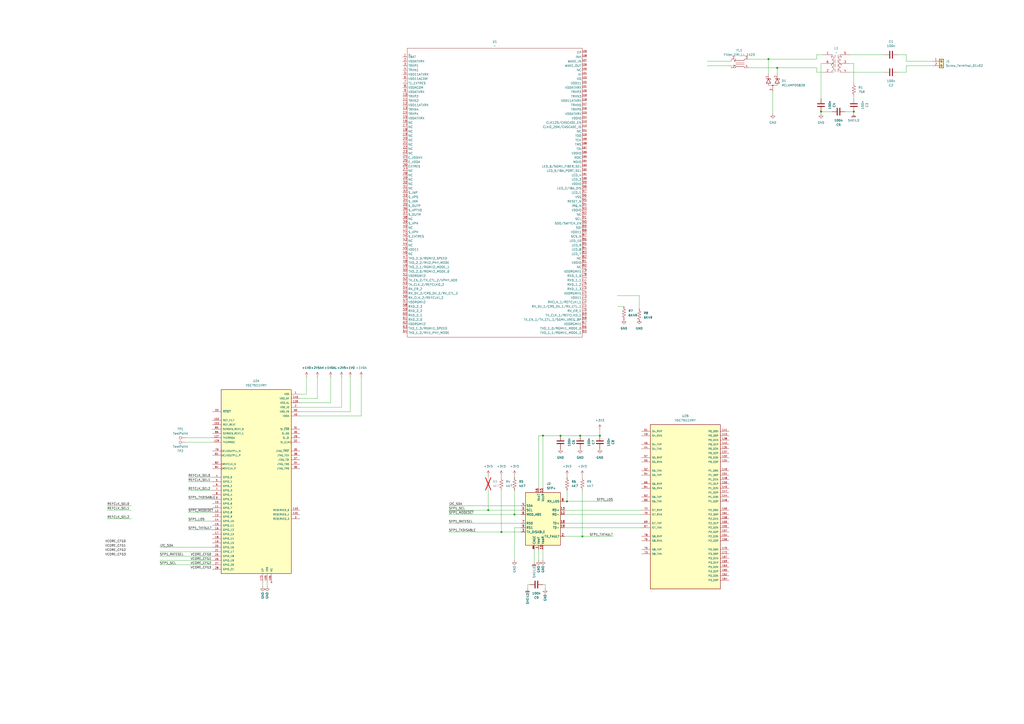
<source format=kicad_sch>
(kicad_sch (version 20250114) (generator "eeschema") (generator_version "9.0")
  (paper "A2")
  (junction (at 298.45 298.45))
  (junction (at 495.3 64.77))
  (junction (at 476.25 64.77))
  (junction (at 314.96 252.73))
  (junction (at 325.12 252.73))
  (junction (at 328.93 290.83))
  (junction (at 347.98 252.73))
  (junction (at 290.83 308.61))
  (junction (at 337.82 311.15))
  (junction (at 336.55 252.73))
  (junction (at 450.85 39.37))
  (junction (at 445.77 34.29))
  (junction (at 283.21 295.91))
  (wire (pts (xy 492.76 31.75) (xy 513.08 31.75)))
  (wire (pts (xy 184.15 218.44) (xy 184.15 231.14)))
  (wire (pts (xy 520.7 41.91) (xy 525.78 41.91)))
  (wire (pts (xy 434.34 34.29) (xy 445.77 34.29)))
  (wire (pts (xy 173.99 241.3) (xy 209.55 241.3)))
  (wire (pts (xy 541.02 35.56) (xy 525.78 35.56)))
  (wire (pts (xy 434.34 39.37) (xy 450.85 39.37)))
  (wire (pts (xy 260.35 303.53) (xy 302.26 303.53)))
  (wire (pts (xy 92.71 320.04) (xy 123.19 320.04)))
  (wire (pts (xy 445.77 34.29) (xy 445.77 43.18)))
  (wire (pts (xy 92.71 317.5) (xy 123.19 317.5)))
  (wire (pts (xy 312.42 252.73) (xy 314.96 252.73)))
  (wire (pts (xy 62.23 300.99) (xy 76.2 300.99)))
  (wire (pts (xy 347.98 248.92) (xy 347.98 252.73)))
  (wire (pts (xy 336.55 252.73) (xy 347.98 252.73)))
  (wire (pts (xy 314.96 252.73) (xy 325.12 252.73)))
  (wire (pts (xy 327.66 298.45) (xy 372.11 298.45)))
  (wire (pts (xy 306.07 341.63) (xy 306.07 339.09)))
  (wire (pts (xy 370.84 171.45) (xy 358.14 171.45)))
  (wire (pts (xy 495.3 36.83) (xy 492.76 36.83)))
  (wire (pts (xy 290.83 284.48) (xy 290.83 308.61)))
  (wire (pts (xy 525.78 31.75) (xy 520.7 31.75)))
  (wire (pts (xy 203.2 238.76) (xy 173.99 238.76)))
  (wire (pts (xy 109.22 297.18) (xy 123.19 297.18)))
  (wire (pts (xy 490.22 64.77) (xy 495.3 64.77)))
  (wire (pts (xy 328.93 284.48) (xy 328.93 290.83)))
  (wire (pts (xy 109.22 279.4) (xy 123.19 279.4)))
  (wire (pts (xy 495.3 64.77) (xy 495.3 66.04)))
  (wire (pts (xy 314.96 252.73) (xy 314.96 283.21)))
  (wire (pts (xy 312.42 318.77) (xy 312.42 325.12)))
  (wire (pts (xy 476.25 64.77) (xy 476.25 66.04)))
  (wire (pts (xy 92.71 325.12) (xy 123.19 325.12)))
  (wire (pts (xy 109.22 276.86) (xy 123.19 276.86)))
  (wire (pts (xy 328.93 275.59) (xy 328.93 276.86)))
  (wire (pts (xy 424.18 38.1) (xy 424.18 39.37)))
  (wire (pts (xy 361.95 177.8) (xy 358.14 177.8)))
  (wire (pts (xy 198.12 218.44) (xy 198.12 236.22)))
  (wire (pts (xy 109.22 307.34) (xy 123.19 307.34)))
  (wire (pts (xy 450.85 39.37) (xy 473.71 39.37)))
  (wire (pts (xy 298.45 306.07) (xy 302.26 306.07)))
  (wire (pts (xy 525.78 41.91) (xy 525.78 38.1)))
  (wire (pts (xy 309.88 318.77) (xy 309.88 326.39)))
  (wire (pts (xy 492.76 41.91) (xy 513.08 41.91)))
  (wire (pts (xy 107.95 256.54) (xy 123.19 256.54)))
  (wire (pts (xy 410.21 38.1) (xy 424.18 38.1)))
  (wire (pts (xy 107.95 254) (xy 123.19 254)))
  (wire (pts (xy 327.66 311.15) (xy 337.82 311.15)))
  (wire (pts (xy 495.3 55.88) (xy 495.3 57.15)))
  (wire (pts (xy 448.31 66.04) (xy 448.31 53.34)))
  (wire (pts (xy 283.21 275.59) (xy 283.21 276.86)))
  (wire (pts (xy 370.84 179.07) (xy 370.84 171.45)))
  (wire (pts (xy 298.45 325.12) (xy 298.45 306.07)))
  (wire (pts (xy 424.18 35.56) (xy 424.18 34.29)))
  (wire (pts (xy 260.35 298.45) (xy 298.45 298.45)))
  (wire (pts (xy 337.82 284.48) (xy 337.82 311.15)))
  (wire (pts (xy 325.12 252.73) (xy 336.55 252.73)))
  (wire (pts (xy 173.99 228.6) (xy 177.8 228.6)))
  (wire (pts (xy 316.23 341.63) (xy 316.23 339.09)))
  (wire (pts (xy 473.71 39.37) (xy 473.71 41.91)))
  (wire (pts (xy 62.23 293.37) (xy 76.2 293.37)))
  (wire (pts (xy 298.45 298.45) (xy 302.26 298.45)))
  (wire (pts (xy 203.2 218.44) (xy 203.2 238.76)))
  (wire (pts (xy 109.22 302.26) (xy 123.19 302.26)))
  (wire (pts (xy 450.85 39.37) (xy 450.85 43.18)))
  (wire (pts (xy 495.3 48.26) (xy 495.3 36.83)))
  (wire (pts (xy 92.71 327.66) (xy 123.19 327.66)))
  (wire (pts (xy 260.35 308.61) (xy 290.83 308.61)))
  (wire (pts (xy 337.82 311.15) (xy 355.6 311.15)))
  (wire (pts (xy 173.99 231.14) (xy 184.15 231.14)))
  (wire (pts (xy 177.8 218.44) (xy 177.8 228.6)))
  (wire (pts (xy 316.23 339.09) (xy 314.96 339.09)))
  (wire (pts (xy 473.71 31.75) (xy 477.52 31.75)))
  (wire (pts (xy 260.35 295.91) (xy 283.21 295.91)))
  (wire (pts (xy 473.71 34.29) (xy 473.71 31.75)))
  (wire (pts (xy 370.84 185.42) (xy 370.84 186.69)))
  (wire (pts (xy 327.66 303.53) (xy 372.11 303.53)))
  (wire (pts (xy 476.25 64.77) (xy 482.6 64.77)))
  (wire (pts (xy 154.94 337.82) (xy 154.94 340.36)))
  (wire (pts (xy 476.25 36.83) (xy 476.25 57.15)))
  (wire (pts (xy 410.21 35.56) (xy 424.18 35.56)))
  (wire (pts (xy 260.35 293.37) (xy 302.26 293.37)))
  (wire (pts (xy 62.23 295.91) (xy 76.2 295.91)))
  (wire (pts (xy 152.4 337.82) (xy 152.4 340.36)))
  (wire (pts (xy 109.22 289.56) (xy 123.19 289.56)))
  (wire (pts (xy 525.78 35.56) (xy 525.78 31.75)))
  (wire (pts (xy 290.83 275.59) (xy 290.83 276.86)))
  (wire (pts (xy 327.66 306.07) (xy 372.11 306.07)))
  (wire (pts (xy 173.99 236.22) (xy 198.12 236.22)))
  (wire (pts (xy 209.55 218.44) (xy 209.55 241.3)))
  (wire (pts (xy 191.77 233.68) (xy 191.77 218.44)))
  (wire (pts (xy 477.52 36.83) (xy 476.25 36.83)))
  (wire (pts (xy 283.21 284.48) (xy 283.21 295.91)))
  (wire (pts (xy 298.45 284.48) (xy 298.45 298.45)))
  (wire (pts (xy 109.22 284.48) (xy 123.19 284.48)))
  (wire (pts (xy 525.78 38.1) (xy 541.02 38.1)))
  (wire (pts (xy 312.42 252.73) (xy 312.42 283.21)))
  (wire (pts (xy 92.71 322.58) (xy 123.19 322.58)))
  (wire (pts (xy 314.96 318.77) (xy 314.96 325.12)))
  (wire (pts (xy 290.83 308.61) (xy 302.26 308.61)))
  (wire (pts (xy 473.71 41.91) (xy 477.52 41.91)))
  (wire (pts (xy 328.93 290.83) (xy 355.6 290.83)))
  (wire (pts (xy 327.66 295.91) (xy 372.11 295.91)))
  (wire (pts (xy 298.45 275.59) (xy 298.45 276.86)))
  (wire (pts (xy 306.07 339.09) (xy 307.34 339.09)))
  (wire (pts (xy 327.66 290.83) (xy 328.93 290.83)))
  (wire (pts (xy 445.77 34.29) (xy 473.71 34.29)))
  (wire (pts (xy 173.99 233.68) (xy 191.77 233.68)))
  (wire (pts (xy 283.21 295.91) (xy 302.26 295.91)))
  (wire (pts (xy 337.82 275.59) (xy 337.82 276.86)))
  (label "SFP1_RATESEL" (at 260.35 303.53 0))
  (label "REFCLK_SEL0" (at 109.22 276.86 0))
  (label "I2C_SDA" (at 92.71 317.5 0))
  (label "SFP1_RATESEL" (at 92.71 322.58 0))
  (label "SFP1_TXFAULT" (at 355.6 311.15 180))
  (label "~{SFP1_MODEDET}" (at 260.35 298.45 0))
  (label "SFP1_LOS" (at 109.22 302.26 0))
  (label "SFP1_LOS" (at 355.6 290.83 180))
  (label "VCORE_CFG0" (at 60.96 314.96 0))
  (label "REFCLK_SEL2" (at 62.23 300.99 0))
  (label "VCORE_CFG3" (at 60.96 322.58 0))
  (label "SFP1_SCL" (at 260.35 295.91 0))
  (label "SFP1_TXFAULT" (at 109.22 307.34 0))
  (label "VCORE_CFG2" (at 110.49 327.66 0))
  (label "VCORE_CFG0" (at 110.49 322.58 0))
  (label "SFP1_TXDISABLE" (at 260.35 308.61 0))
  (label "REFCLK_SEL2" (at 109.22 284.48 0))
  (label "VCORE_CFG3" (at 110.49 330.2 0))
  (label "SFP1_TXDISABLE" (at 109.22 289.56 0))
  (label "VCORE_CFG2" (at 60.96 320.04 0))
  (label "REFCLK_SEL1" (at 62.23 295.91 0))
  (label "VCORE_CFG1" (at 110.49 325.12 0))
  (label "~{SFP1_MODEDET}" (at 109.22 297.18 0))
  (label "I2C_SDA" (at 260.35 293.37 0))
  (label "SFP1_SCL" (at 92.71 327.66 0))
  (label "VCORE_CFG1" (at 60.96 317.5 0))
  (label "REFCLK_SEL0" (at 62.23 293.37 0))
  (label "REFCLK_SEL1" (at 109.22 279.4 0))
  (symbol (lib_id "Device:R_US") (at 298.45 280.67 0) (unit 1)
    (property "Reference" "R5" (at 300.99 279.3999 0) (effects (justify left)))
    (property "Value" "4K7" (at 300.99 281.9399 0) (effects (justify left)))
    (property "Description" "Resistor, US symbol" (effects (hide yes)))
  )
  (symbol (lib_id "power:GND") (at 448.31 66.04 0) (unit 1)
    (property "Reference" "#PWR01" (effects (hide yes)))
    (property "Value" "GND" (at 448.31 71.12 0))
    (property "Description" "Power symbol creates a global label with name \"GND\" , ground" (effects (hide yes)))
  )
  (symbol (lib_id "power:+3V3") (at 298.45 275.59 0) (unit 1)
    (property "Reference" "#PWR017" (effects (hide yes)))
    (property "Value" "+3V3" (at 298.45 270.51 0))
    (property "Description" "Power symbol creates a global label with name \"+3V3\"" (effects (hide yes)))
  )
  (symbol (lib_id "Device:C") (at 311.15 339.09 270) (unit 1)
    (property "Reference" "C9" (at 311.15 346.71 90))
    (property "Value" "100n" (at 311.15 344.17 90))
    (property "Description" "Unpolarized capacitor" (effects (hide yes)))
  )
  (symbol (lib_id "Connector:TestPoint") (at 107.95 256.54 90) (mirror x) (unit 1)
    (property "Reference" "TP2" (at 104.648 261.62 90))
    (property "Value" "TestPoint" (at 104.648 259.08 90))
    (property "Description" "test point" (effects (hide yes)))
  )
  (symbol (lib_id "power:GND") (at 347.98 260.35 0) (unit 1)
    (property "Reference" "#PWR010" (effects (hide yes)))
    (property "Value" "GND" (at 347.98 265.43 0))
    (property "Description" "Power symbol creates a global label with name \"GND\" , ground" (effects (hide yes)))
  )
  (symbol (lib_id "Device:R_US") (at 495.3 52.07 0) (unit 1)
    (property "Reference" "R1" (at 497.84 50.7999 0) (effects (justify left)))
    (property "Value" "75R" (at 497.84 53.3399 0) (effects (justify left)))
    (property "Description" "Resistor, US symbol" (effects (hide yes)))
  )
  (symbol (lib_id "power:GNDPWR") (at 306.07 341.63 0) (unit 1)
    (property "Reference" "#PWR023" (effects (hide yes)))
    (property "Value" "SHEILD" (at 306.07 347.218 90))
    (property "Description" "Power symbol creates a global label with name \"GNDPWR\" , global ground" (effects (hide yes)))
  )
  (symbol (lib_id "Device:C") (at 516.89 31.75 90) (unit 1)
    (property "Reference" "C1" (at 516.89 24.13 90))
    (property "Value" "100n" (at 516.89 26.67 90))
    (property "Description" "Unpolarized capacitor" (effects (hide yes)))
  )
  (symbol (lib_id "power:GNDPWR") (at 495.3 66.04 0) (unit 1)
    (property "Reference" "#PWR021" (effects (hide yes)))
    (property "Value" "SHEILD" (at 495.173 69.85 0))
    (property "Description" "Power symbol creates a global label with name \"GNDPWR\" , global ground" (effects (hide yes)))
  )
  (symbol (lib_id "power:GND") (at 370.84 185.42 0) (unit 1)
    (property "Reference" "#PWR05" (effects (hide yes)))
    (property "Value" "GND" (at 370.84 190.5 0))
    (property "Description" "Power symbol creates a global label with name \"GND\" , ground" (effects (hide yes)))
  )
  (symbol (lib_id "Device:C") (at 495.3 60.96 0) (mirror x) (unit 1)
    (property "Reference" "C3" (at 502.92 60.96 90))
    (property "Value" "100n" (at 500.38 60.96 90))
    (property "Description" "Unpolarized capacitor" (effects (hide yes)))
  )
  (symbol (lib_id "power:GND") (at 312.42 325.12 0) (unit 1)
    (property "Reference" "#PWR06" (effects (hide yes)))
    (property "Value" "GND" (at 312.42 330.2 90))
    (property "Description" "Power symbol creates a global label with name \"GND\" , ground" (effects (hide yes)))
  )
  (symbol (lib_id "power:GND") (at 336.55 260.35 0) (unit 1)
    (property "Reference" "#PWR09" (effects (hide yes)))
    (property "Value" "GND" (at 336.55 265.43 0))
    (property "Description" "Power symbol creates a global label with name \"GND\" , ground" (effects (hide yes)))
  )
  (symbol (lib_id "Power_Protection:RCLAMP0582B") (at 448.31 48.26 90) (unit 1)
    (property "Reference" "D1" (at 453.39 46.9264 90) (effects (justify right)))
    (property "Value" "RCLAMP0582B" (at 453.39 49.4664 90) (effects (justify right)))
    (property "Footprint" "Package_TO_SOT_SMD:SOT-416" (effects (hide yes)))
    (property "Datasheet" "https://www.semtech.com/products/circuit-protection/low-capacitance/rclamp0582b" (effects (hide yes)))
    (property "Description" "Low capacitance unidirectional dual ESD protection diode, SC-75" (effects (hide yes)))
  )
  (symbol (lib_id "Connector:Screw_Terminal_01x02") (at 546.1 35.56 0) (unit 1)
    (property "Reference" "J1" (at 548.64 35.5599 0) (effects (justify left)))
    (property "Value" "Screw_Terminal_01x02" (at 548.64 38.0999 0) (effects (justify left)))
    (property "Description" "Generic screw terminal, single row, 01x02, script generated (kicad-library-utils/schlib/autogen/connector/)" (effects (hide yes)))
  )
  (symbol (lib_id "Device:Filter_EMI_LL_1423") (at 429.26 36.83 0) (unit 1)
    (property "Reference" "FL1" (at 428.879 29.21 0))
    (property "Value" "Filter_EMI_LL_1423" (at 428.879 31.75 0))
    (property "Description" "EMI 2-inductor filter, pin-connections 1-4 and 2-3" (effects (hide yes)))
  )
  (symbol (lib_id "power:GND") (at 314.96 325.12 0) (unit 1)
    (property "Reference" "#PWR07" (effects (hide yes)))
    (property "Value" "GND" (at 314.96 330.2 90))
    (property "Description" "Power symbol creates a global label with name \"GND\" , ground" (effects (hide yes)))
  )
  (symbol (lib_id "power:+3V3") (at 328.93 275.59 0) (unit 1)
    (property "Reference" "#PWR016" (effects (hide yes)))
    (property "Value" "+3V3" (at 328.93 270.51 0))
    (property "Description" "Power symbol creates a global label with name \"+3V3\"" (effects (hide yes)))
  )
  (symbol (lib_id "power:+1V0") (at 177.8 218.44 0) (unit 1)
    (property "Reference" "#PWR04" (effects (hide yes)))
    (property "Value" "+1V0" (at 177.8 213.36 0))
    (property "Description" "Power symbol creates a global label with name \"+1V0\"" (effects (hide yes)))
  )
  (symbol (lib_id "power:+3V3") (at 337.82 275.59 0) (unit 1)
    (property "Reference" "#PWR015" (effects (hide yes)))
    (property "Value" "+3V3" (at 337.82 270.51 0))
    (property "Description" "Power symbol creates a global label with name \"+3V3\"" (effects (hide yes)))
  )
  (symbol (lib_id "Device:R_US") (at 290.83 280.67 0) (unit 1)
    (property "Reference" "R4" (at 293.37 279.3999 0) (effects (justify left)))
    (property "Value" "4K7" (at 293.37 281.9399 0) (effects (justify left)))
    (property "Description" "Resistor, US symbol" (effects (hide yes)))
  )
  (symbol (lib_id "power:GND") (at 325.12 260.35 0) (unit 1)
    (property "Reference" "#PWR08" (effects (hide yes)))
    (property "Value" "GND" (at 325.12 265.43 0))
    (property "Description" "Power symbol creates a global label with name \"GND\" , ground" (effects (hide yes)))
  )
  (symbol (lib_id "Device:R_US") (at 361.95 181.61 0) (unit 1)
    (property "Reference" "R7" (at 364.49 180.3399 0) (effects (justify left)))
    (property "Value" "6K49" (at 364.49 182.8799 0) (effects (justify left)))
    (property "Description" "Resistor, US symbol" (effects (hide yes)))
  )
  (symbol (lib_id "Connector:TestPoint") (at 107.95 254 90) (unit 1)
    (property "Reference" "TP1" (at 104.648 248.92 90))
    (property "Value" "TestPoint" (at 104.648 251.46 90))
    (property "Description" "test point" (effects (hide yes)))
  )
  (symbol (lib_id "Device:C") (at 476.25 60.96 0) (mirror x) (unit 1)
    (property "Reference" "C4" (at 483.87 60.96 90))
    (property "Value" "100n" (at 481.33 60.96 90))
    (property "Description" "Unpolarized capacitor" (effects (hide yes)))
  )
  (symbol (lib_id "power:+2V5") (at 184.15 218.44 0) (unit 1)
    (property "Reference" "#PWR026" (effects (hide yes)))
    (property "Value" "+2V5AH" (at 184.15 213.36 0))
    (property "Description" "Power symbol creates a global label with name \"+2V5\"" (effects (hide yes)))
  )
  (symbol (lib_id "power:+1V0") (at 203.2 218.44 0) (unit 1)
    (property "Reference" "#PWR028" (effects (hide yes)))
    (property "Value" "+1V0" (at 203.2 213.36 0))
    (property "Description" "Power symbol creates a global label with name \"+1V0\"" (effects (hide yes)))
  )
  (symbol (lib_id "power:GND") (at 152.4 340.36 0) (unit 1)
    (property "Reference" "#PWR011" (effects (hide yes)))
    (property "Value" "GND" (at 152.4 345.44 90))
    (property "Description" "Power symbol creates a global label with name \"GND\" , ground" (effects (hide yes)))
  )
  (symbol (lib_id "power:+3V3") (at 347.98 248.92 0) (unit 1)
    (property "Reference" "#PWR014" (effects (hide yes)))
    (property "Value" "+3V3" (at 347.98 243.84 0))
    (property "Description" "Power symbol creates a global label with name \"+3V3\"" (effects (hide yes)))
  )
  (symbol (lib_id "Device:R_US") (at 337.82 280.67 0) (unit 1)
    (property "Reference" "R9" (at 340.36 279.3999 0) (effects (justify left)))
    (property "Value" "4K7" (at 340.36 281.9399 0) (effects (justify left)))
    (property "Description" "Resistor, US symbol" (effects (hide yes)))
  )
  (symbol (lib_id "Device:C") (at 336.55 256.54 0) (mirror x) (unit 1)
    (property "Reference" "C7" (at 344.17 256.54 90))
    (property "Value" "100n" (at 341.63 256.54 90))
    (property "Description" "Unpolarized capacitor" (effects (hide yes)))
  )
  (symbol (lib_id "power:+1V0") (at 191.77 218.44 0) (unit 1)
    (property "Reference" "#PWR027" (effects (hide yes)))
    (property "Value" "+1V0AL" (at 191.77 213.36 0))
    (property "Description" "Power symbol creates a global label with name \"+1V0\"" (effects (hide yes)))
  )
  (symbol (lib_id "power:GND") (at 476.25 66.04 0) (unit 1)
    (property "Reference" "#PWR02" (effects (hide yes)))
    (property "Value" "GND" (at 476.25 71.12 0))
    (property "Description" "Power symbol creates a global label with name \"GND\" , ground" (effects (hide yes)))
  )
  (symbol (lib_id "power:GND") (at 154.94 340.36 0) (unit 1)
    (property "Reference" "#PWR012" (effects (hide yes)))
    (property "Value" "GND" (at 154.94 345.44 90))
    (property "Description" "Power symbol creates a global label with name \"GND\" , ground" (effects (hide yes)))
  )
  (symbol (lib_id "power:+3V3") (at 290.83 275.59 0) (unit 1)
    (property "Reference" "#PWR018" (effects (hide yes)))
    (property "Value" "+3V3" (at 290.83 270.51 0))
    (property "Description" "Power symbol creates a global label with name \"+3V3\"" (effects (hide yes)))
  )
  (symbol (lib_id "EasyEDA_Lib:GA021G00_C7501941") (at 485.14 36.83 0) (unit 1)
    (property "Reference" "L1" (at 485.14 27.94 0))
    (property "Value" "~" (at 485.14 30.48 0))
    (property "Footprint" "EasyEDA_Lib:XFMR-SMD_6P-L4.6-W3.4_MA021G00" (effects (hide yes)))
    (property "Datasheet" "https://atta.szlcsc.com/upload/public/pdf/source/20231220/A50A0B5119A143BCA52A890D70BE056D.pdf" (effects (hide yes)))
    (property "Description" "Turns Ratio:1CT:1CT rate:100/1000 Base-T function:POE Inductor:120uH HI-POT:1.5kV operating temperature:-40°C~+85°C operating temperature:-40°C~+85°C" (effects (hide yes)))
    (property "Manufacturer Part" "GA021G00" (effects (hide yes)))
    (property "Manufacturer" "Mentech(铭普光磁)" (effects (hide yes)))
    (property "Supplier Part" "C7501941" (effects (hide yes)))
    (property "Supplier" "LCSC" (effects (hide yes)))
    (property "LCSC Part Name" "GA021G00" (effects (hide yes)))
  )
  (symbol (lib_id "Device:C") (at 347.98 256.54 0) (mirror x) (unit 1)
    (property "Reference" "C8" (at 355.6 256.54 90))
    (property "Value" "100n" (at 353.06 256.54 90))
    (property "Description" "Unpolarized capacitor" (effects (hide yes)))
  )
  (symbol (lib_id "power:GND") (at 298.45 325.12 0) (unit 1)
    (property "Reference" "#PWR013" (effects (hide yes)))
    (property "Value" "GND" (at 298.45 330.2 90))
    (property "Description" "Power symbol creates a global label with name \"GND\" , ground" (effects (hide yes)))
  )
  (symbol (lib_id "power:GNDPWR") (at 309.88 326.39 0) (unit 1)
    (property "Reference" "#PWR022" (effects (hide yes)))
    (property "Value" "SHEILD" (at 309.88 331.978 90))
    (property "Description" "Power symbol creates a global label with name \"GNDPWR\" , global ground" (effects (hide yes)))
  )
  (symbol (lib_id "Device:C") (at 325.12 256.54 0) (mirror x) (unit 1)
    (property "Reference" "C6" (at 332.74 256.54 90))
    (property "Value" "100n" (at 330.2 256.54 90))
    (property "Description" "Unpolarized capacitor" (effects (hide yes)))
  )
  (symbol (lib_id "Device:R_US") (at 370.84 182.88 0) (unit 1)
    (property "Reference" "R8" (at 373.38 181.6099 0) (effects (justify left)))
    (property "Value" "6K49" (at 373.38 184.1499 0) (effects (justify left)))
    (property "Description" "Resistor, US symbol" (effects (hide yes)))
  )
  (symbol (lib_id "Device:R_US") (at 283.21 280.67 0) (unit 1) (in_bom no) (dnp yes)
    (property "Reference" "R3" (at 285.75 279.3999 0) (effects (justify left)))
    (property "Value" "4K7" (at 285.75 281.9399 0) (effects (justify left)))
    (property "Description" "Resistor, US symbol" (effects (hide yes)))
  )
  (symbol (lib_id "EasyEDA_Lib:LAN9373-I/ZMX") (at 287.02 111.76 0) (unit 1)
    (property "Reference" "U1" (at 287.02 24.13 0))
    (property "Value" "~" (at 287.02 26.67 0))
    (property "Footprint" "EasyEDA_Lib:TQFP-128_L14.0-W14.0-P0.40-LS16.0-BL-EP9.0" (effects (hide yes)))
    (property "Manufacturer Part" "LAN9373-I/ZMX" (effects (hide yes)))
    (property "Manufacturer" "MICROCHIP(美国微芯)" (effects (hide yes)))
    (property "Supplier Part" "C5781322" (effects (hide yes)))
    (property "Supplier" "LCSC" (effects (hide yes)))
    (property "LCSC Part Name" "LAN9373-I/ZMX" (effects (hide yes)))
  )
  (symbol (lib_id "Device:C") (at 516.89 41.91 90) (mirror x) (unit 1)
    (property "Reference" "C2" (at 516.89 49.53 90))
    (property "Value" "100n" (at 516.89 46.99 90))
    (property "Description" "Unpolarized capacitor" (effects (hide yes)))
  )
  (symbol (lib_id "power:+1V0") (at 209.55 218.44 0) (unit 1)
    (property "Reference" "#PWR025" (effects (hide yes)))
    (property "Value" "+1V0A" (at 209.55 213.36 0))
    (property "Description" "Power symbol creates a global label with name \"+1V0\"" (effects (hide yes)))
  )
  (symbol (lib_id "Interface_Optical:SFP+") (at 314.96 300.99 0) (unit 1)
    (property "Reference" "J2" (at 317.1033 280.67 0) (effects (justify left)))
    (property "Value" "SFP+" (at 317.1033 283.21 0) (effects (justify left)))
    (property "Footprint" "Connector:Connector_SFP_and_Cage" (effects (hide yes)))
    (property "Datasheet" "https://members.snia.org/document/dl/25892" (effects (hide yes)))
    (property "Description" "Connector for Small Form Factor Pluggable (SFP+) module, 10 Gbit/s, serial-to-serial data-agnostic optical transceiver" (effects (hide yes)))
  )
  (symbol (lib_id "power:GND") (at 316.23 341.63 0) (unit 1)
    (property "Reference" "#PWR020" (effects (hide yes)))
    (property "Value" "GND" (at 316.23 346.71 90))
    (property "Description" "Power symbol creates a global label with name \"GND\" , ground" (effects (hide yes)))
  )
  (symbol (lib_id "Device:R_US") (at 328.93 280.67 0) (unit 1)
    (property "Reference" "R6" (at 331.47 279.3999 0) (effects (justify left)))
    (property "Value" "4K7" (at 331.47 281.9399 0) (effects (justify left)))
    (property "Description" "Resistor, US symbol" (effects (hide yes)))
  )
  (symbol (lib_id "Device:C") (at 486.41 64.77 270) (unit 1)
    (property "Reference" "C5" (at 486.41 72.39 90))
    (property "Value" "100n" (at 486.41 69.85 90))
    (property "Description" "Unpolarized capacitor" (effects (hide yes)))
  )
  (symbol (lib_id "power:GND") (at 361.95 185.42 0) (unit 1)
    (property "Reference" "#PWR03" (effects (hide yes)))
    (property "Value" "GND" (at 361.95 190.5 0))
    (property "Description" "Power symbol creates a global label with name \"GND\" , ground" (effects (hide yes)))
  )
  (symbol (lib_id "power:+3V3") (at 283.21 275.59 0) (unit 1)
    (property "Reference" "#PWR019" (effects (hide yes)))
    (property "Value" "+3V3" (at 283.21 270.51 0))
    (property "Description" "Power symbol creates a global label with name \"+3V3\"" (effects (hide yes)))
  )
  (symbol (lib_id "power:+2V5") (at 198.12 218.44 0) (unit 1)
    (property "Reference" "#PWR024" (effects (hide yes)))
    (property "Value" "+2V5" (at 198.12 213.36 0))
    (property "Description" "Power symbol creates a global label with name \"+2V5\"" (effects (hide yes)))
  )
  (symbol (lib_id "SPE_SWITCH:VSC7511XMY") (at 148.59 281.94 0) (unit 1)
    (property "Reference" "U2" (at 148.59 220.98 0))
    (property "Value" "VSC7511XMY" (at 148.59 223.52 0))
    (property "Footprint" "SPE_SWITCH:172-QFN Dual Rows" (effects (hide yes)))
  )
  (symbol (lib_name "VSC7511XMY_1") (lib_id "SPE_SWITCH:VSC7511XMY") (at 397.51 289.56 0) (unit 2)
    (property "Reference" "U2" (at 397.51 241.3 0))
    (property "Value" "VSC7511XMY" (at 397.51 243.84 0))
    (property "Footprint" "SPE_SWITCH:172-QFN Dual Rows" (effects (hide yes)))
  )
)
</source>
